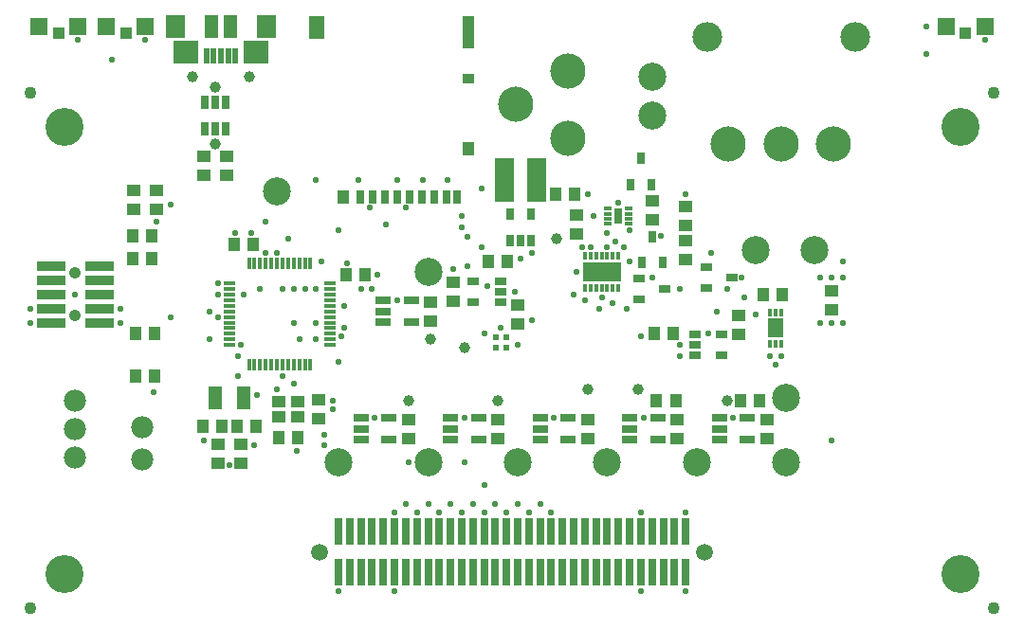
<source format=gts>
G75*
G70*
%OFA0B0*%
%FSLAX24Y24*%
%IPPOS*%
%LPD*%
%AMOC8*
5,1,8,0,0,1.08239X$1,22.5*
%
%ADD10R,0.0552X0.0257*%
%ADD11R,0.0119X0.0434*%
%ADD12R,0.0434X0.0119*%
%ADD13R,0.0473X0.0434*%
%ADD14R,0.0434X0.0473*%
%ADD15R,0.0631X0.0631*%
%ADD16R,0.0394X0.0394*%
%ADD17C,0.0780*%
%ADD18R,0.0473X0.0788*%
%ADD19R,0.0512X0.0434*%
%ADD20C,0.0985*%
%ADD21R,0.0197X0.0571*%
%ADD22R,0.0670X0.0788*%
%ADD23R,0.0867X0.0827*%
%ADD24R,0.0512X0.0788*%
%ADD25R,0.0316X0.0512*%
%ADD26R,0.0434X0.0512*%
%ADD27R,0.0434X0.0355*%
%ADD28R,0.0434X0.1142*%
%ADD29R,0.0552X0.0788*%
%ADD30C,0.0591*%
%ADD31R,0.0276X0.0946*%
%ADD32R,0.0316X0.0138*%
%ADD33R,0.0292X0.0579*%
%ADD34R,0.0138X0.0316*%
%ADD35R,0.1339X0.0709*%
%ADD36R,0.0434X0.0257*%
%ADD37R,0.0233X0.0233*%
%ADD38R,0.0257X0.0434*%
%ADD39R,0.0571X0.0690*%
%ADD40R,0.0276X0.0512*%
%ADD41R,0.1040X0.0340*%
%ADD42C,0.0410*%
%ADD43C,0.1339*%
%ADD44R,0.0670X0.1575*%
%ADD45C,0.1240*%
%ADD46C,0.1045*%
%ADD47C,0.0434*%
%ADD48C,0.0212*%
%ADD49C,0.0394*%
%ADD50C,0.0220*%
D10*
X012563Y006874D03*
X012563Y007248D03*
X012563Y007622D03*
X013547Y007622D03*
X013547Y006874D03*
X015712Y006874D03*
X015712Y007248D03*
X015712Y007622D03*
X016697Y007622D03*
X016697Y006874D03*
X018862Y006874D03*
X018862Y007248D03*
X018862Y007622D03*
X019846Y007622D03*
X019846Y006874D03*
X022012Y006874D03*
X022012Y007248D03*
X022012Y007622D03*
X022996Y007622D03*
X022996Y006874D03*
X025161Y006874D03*
X025161Y007248D03*
X025161Y007622D03*
X026146Y007622D03*
X026146Y006874D03*
X014334Y011008D03*
X014334Y011756D03*
X013350Y011756D03*
X013350Y011382D03*
X013350Y011008D03*
D11*
X010791Y009512D03*
X010594Y009512D03*
X010397Y009512D03*
X010201Y009512D03*
X010004Y009512D03*
X009807Y009512D03*
X009610Y009512D03*
X009413Y009512D03*
X009216Y009512D03*
X009020Y009512D03*
X008823Y009512D03*
X008626Y009512D03*
X008626Y013055D03*
X008823Y013055D03*
X009020Y013055D03*
X009216Y013055D03*
X009413Y013055D03*
X009610Y013055D03*
X009807Y013055D03*
X010004Y013055D03*
X010201Y013055D03*
X010397Y013055D03*
X010594Y013055D03*
X010791Y013055D03*
D12*
X011480Y012366D03*
X011480Y012169D03*
X011480Y011972D03*
X011480Y011775D03*
X011480Y011579D03*
X011480Y011382D03*
X011480Y011185D03*
X011480Y010988D03*
X011480Y010791D03*
X011480Y010594D03*
X011480Y010397D03*
X011480Y010201D03*
X007937Y010201D03*
X007937Y010397D03*
X007937Y010594D03*
X007937Y010791D03*
X007937Y010988D03*
X007937Y011185D03*
X007937Y011382D03*
X007937Y011579D03*
X007937Y011775D03*
X007937Y011972D03*
X007937Y012169D03*
X007937Y012366D03*
D13*
X005378Y014984D03*
X005378Y015653D03*
X004590Y015653D03*
X004590Y014984D03*
X007051Y016165D03*
X007051Y016834D03*
X007838Y016834D03*
X007838Y016165D03*
X015023Y011716D03*
X015811Y011736D03*
X015811Y012405D03*
X015023Y011047D03*
X018075Y010949D03*
X018075Y011618D03*
X020142Y014098D03*
X020142Y014768D03*
X022799Y014590D03*
X022799Y015260D03*
X023980Y015063D03*
X023980Y014394D03*
X023980Y013882D03*
X023980Y013212D03*
X025850Y011224D03*
X025850Y010555D03*
X029098Y011441D03*
X029098Y012110D03*
X026834Y007583D03*
X026834Y006913D03*
X023685Y006913D03*
X023685Y007583D03*
X020535Y007583D03*
X020535Y006913D03*
X017386Y006913D03*
X017386Y007583D03*
X014236Y007583D03*
X014236Y006913D03*
X011086Y007602D03*
X011086Y008271D03*
X008331Y006697D03*
X008331Y006027D03*
X007543Y006027D03*
X007543Y006697D03*
D14*
X007681Y007346D03*
X008193Y007346D03*
X008862Y007346D03*
X009669Y006953D03*
X010338Y006953D03*
X007012Y007346D03*
X005319Y009118D03*
X004649Y009118D03*
X004649Y010594D03*
X005319Y010594D03*
X005220Y013252D03*
X004551Y013252D03*
X004551Y014039D03*
X005220Y014039D03*
X008094Y013744D03*
X008764Y013744D03*
X012031Y012661D03*
X012701Y012661D03*
X017051Y013153D03*
X017720Y013153D03*
X019413Y015516D03*
X020083Y015516D03*
X026697Y011972D03*
X027366Y011972D03*
X023527Y010594D03*
X022858Y010594D03*
X022957Y008232D03*
X023626Y008232D03*
X025909Y008232D03*
X026579Y008232D03*
D15*
X033134Y021421D03*
X034512Y021421D03*
X004984Y021421D03*
X003606Y021421D03*
X002622Y021421D03*
X001244Y021421D03*
D16*
X001933Y021165D03*
X004295Y021165D03*
X033823Y021165D03*
D17*
X004886Y007318D03*
X004886Y006178D03*
X002523Y006232D03*
X002523Y007232D03*
X002523Y008232D03*
D18*
X007445Y008331D03*
X008429Y008331D03*
D19*
X009669Y008193D03*
X010338Y008193D03*
X010338Y007681D03*
X009669Y007681D03*
D20*
X011775Y006067D03*
X014925Y006067D03*
X018075Y006067D03*
X021224Y006067D03*
X024374Y006067D03*
X027523Y006067D03*
X027523Y008331D03*
X028508Y013547D03*
X026441Y013547D03*
X022799Y018271D03*
X022799Y019641D03*
X014925Y012760D03*
X009610Y015614D03*
D21*
X008153Y020368D03*
X007897Y020368D03*
X007642Y020368D03*
X007386Y020368D03*
X007130Y020368D03*
D22*
X006027Y021421D03*
X009256Y021421D03*
D23*
X008862Y020496D03*
X006421Y020496D03*
D24*
X007307Y021421D03*
X007976Y021421D03*
D25*
X012547Y015421D03*
X012980Y015421D03*
X013413Y015421D03*
X013846Y015421D03*
X014279Y015421D03*
X014712Y015421D03*
X015146Y015421D03*
X015579Y015421D03*
X015953Y015421D03*
D26*
X016327Y017114D03*
X011937Y015421D03*
D27*
X016327Y019555D03*
D28*
X016327Y021189D03*
D29*
X011012Y021366D03*
D30*
X011106Y002917D03*
X024649Y002917D03*
D31*
X023980Y002189D03*
X023586Y002189D03*
X023193Y002189D03*
X022799Y002189D03*
X022405Y002189D03*
X022012Y002189D03*
X021618Y002189D03*
X021224Y002189D03*
X020831Y002189D03*
X020437Y002189D03*
X020043Y002189D03*
X019649Y002189D03*
X019256Y002189D03*
X018862Y002189D03*
X018468Y002189D03*
X018075Y002189D03*
X017681Y002189D03*
X017287Y002189D03*
X016894Y002189D03*
X016500Y002189D03*
X016106Y002189D03*
X015712Y002189D03*
X015319Y002189D03*
X014925Y002189D03*
X014531Y002189D03*
X014138Y002189D03*
X013744Y002189D03*
X013350Y002189D03*
X012957Y002189D03*
X012563Y002189D03*
X012169Y002189D03*
X011775Y002189D03*
X011775Y003646D03*
X012169Y003646D03*
X012563Y003646D03*
X012957Y003646D03*
X013350Y003646D03*
X013744Y003646D03*
X014138Y003646D03*
X014531Y003646D03*
X014925Y003646D03*
X015319Y003646D03*
X015712Y003646D03*
X016106Y003646D03*
X016500Y003646D03*
X016894Y003646D03*
X017287Y003646D03*
X017681Y003646D03*
X018075Y003646D03*
X018468Y003646D03*
X018862Y003646D03*
X019256Y003646D03*
X019649Y003646D03*
X020043Y003646D03*
X020437Y003646D03*
X020831Y003646D03*
X021224Y003646D03*
X021618Y003646D03*
X022012Y003646D03*
X022405Y003646D03*
X022799Y003646D03*
X023193Y003646D03*
X023586Y003646D03*
X023980Y003646D03*
D32*
X021982Y014462D03*
X021982Y014640D03*
X021982Y014817D03*
X021982Y014994D03*
X021254Y014994D03*
X021254Y014817D03*
X021254Y014640D03*
X021254Y014462D03*
D33*
X021618Y014728D03*
D34*
X021618Y013331D03*
X021421Y013331D03*
X021224Y013331D03*
X021027Y013331D03*
X020831Y013331D03*
X020634Y013331D03*
X020437Y013331D03*
X020437Y012189D03*
X020634Y012189D03*
X020831Y012189D03*
X021027Y012189D03*
X021224Y012189D03*
X021421Y012189D03*
X021618Y012189D03*
X026933Y011352D03*
X027130Y011352D03*
X027327Y011352D03*
X027327Y010230D03*
X027130Y010230D03*
X026933Y010230D03*
D35*
X021027Y012760D03*
D36*
X022346Y012543D03*
X022346Y011795D03*
X023252Y012169D03*
X024709Y012189D03*
X025614Y012563D03*
X024709Y012937D03*
X024295Y010575D03*
X024295Y010201D03*
X024295Y009827D03*
X025240Y009827D03*
X025240Y010575D03*
X017464Y011697D03*
X017464Y012071D03*
X017464Y012445D03*
X016520Y012445D03*
X016520Y011697D03*
D37*
X017305Y010478D03*
X017663Y010478D03*
X017663Y010120D03*
X017305Y010120D03*
D38*
X022425Y013094D03*
X023173Y013094D03*
X022799Y014000D03*
X022779Y015850D03*
X022031Y015850D03*
X022405Y016756D03*
X018547Y014807D03*
X017799Y014807D03*
X017799Y013862D03*
X018173Y013862D03*
X018547Y013862D03*
D39*
X027130Y010791D03*
D40*
X007819Y017819D03*
X007445Y017819D03*
X007071Y017819D03*
X007071Y018724D03*
X007445Y018724D03*
X007819Y018724D03*
D41*
X003358Y012972D03*
X003358Y012472D03*
X003358Y011972D03*
X003358Y011472D03*
X003358Y010972D03*
X001688Y010972D03*
X001688Y011472D03*
X001688Y011972D03*
X001688Y012472D03*
X001688Y012972D03*
D42*
X002523Y012722D03*
X002523Y011222D03*
D43*
X002130Y017878D03*
X002130Y002130D03*
X033626Y002130D03*
X033626Y017878D03*
D44*
X018744Y016008D03*
X017602Y016008D03*
D45*
X019846Y017484D03*
X017996Y018665D03*
X019846Y019846D03*
X025476Y017275D03*
X027327Y017275D03*
X029177Y017275D03*
D46*
X029925Y021027D03*
X024728Y021027D03*
D47*
X000949Y000949D03*
X000949Y019059D03*
X034807Y019059D03*
X034807Y000949D03*
D48*
X025653Y007642D03*
X022504Y007642D03*
X019354Y007642D03*
X016205Y007642D03*
X013055Y007642D03*
X011579Y008232D03*
X009610Y008626D03*
X007248Y010397D03*
X004098Y010988D03*
X004098Y011480D03*
X008134Y014138D03*
X009216Y014531D03*
X009216Y013449D03*
X013842Y011775D03*
X016795Y013646D03*
X018173Y013252D03*
X020142Y012760D03*
X020732Y012957D03*
X020732Y012563D03*
X018567Y011086D03*
X022405Y010496D03*
X023783Y010201D03*
X024768Y010594D03*
X025063Y011382D03*
X026047Y011874D03*
X029098Y010988D03*
X029492Y013153D03*
X023980Y015516D03*
X021618Y015220D03*
X020535Y015516D03*
X016795Y015712D03*
X016106Y014728D03*
X014728Y016008D03*
X013842Y016008D03*
X003803Y020240D03*
X007937Y005968D03*
X013744Y004295D03*
X014925Y004590D03*
X016894Y004295D03*
X019256Y004295D03*
X022405Y004295D03*
X023980Y004295D03*
X023980Y001539D03*
X022405Y001539D03*
X013744Y001539D03*
X011775Y001539D03*
D49*
X014236Y008232D03*
X016205Y010102D03*
X015023Y010397D03*
X017386Y008232D03*
X020535Y008626D03*
X022307Y008626D03*
X025457Y008232D03*
X019453Y013941D03*
X008626Y019649D03*
X007445Y019256D03*
X006657Y019649D03*
X007445Y017287D03*
D50*
X005870Y015122D03*
X005378Y014531D03*
X007543Y012366D03*
X007543Y011972D03*
X008429Y011972D03*
X009020Y012169D03*
X009807Y012169D03*
X010201Y012169D03*
X010594Y012169D03*
X010988Y012169D03*
X011185Y013153D03*
X012071Y013055D03*
X012563Y012169D03*
X012957Y012169D03*
X013153Y012661D03*
X011972Y011579D03*
X011972Y010791D03*
X011874Y010496D03*
X010988Y010397D03*
X010397Y010397D03*
X010201Y010988D03*
X010988Y010988D03*
X011775Y009610D03*
X010201Y008823D03*
X009807Y009118D03*
X008921Y008429D03*
X008232Y009118D03*
X008232Y009807D03*
X008331Y010201D03*
X007543Y011185D03*
X007248Y011382D03*
X005870Y011185D03*
X002523Y011972D03*
X000949Y011480D03*
X000949Y010988D03*
X005279Y008527D03*
X007051Y006854D03*
X008823Y006657D03*
X010299Y006460D03*
X011283Y006657D03*
X011283Y007051D03*
X011579Y007937D03*
X014236Y006067D03*
X014138Y004590D03*
X014531Y004295D03*
X015319Y004295D03*
X015712Y004590D03*
X016106Y004295D03*
X016500Y004590D03*
X017287Y004590D03*
X017681Y004295D03*
X018075Y004590D03*
X018468Y004295D03*
X018862Y004590D03*
X016894Y005279D03*
X016205Y006067D03*
X018075Y010201D03*
X017484Y010791D03*
X016894Y010594D03*
X017976Y012071D03*
X016992Y012268D03*
X016303Y012957D03*
X015811Y012858D03*
X016303Y014000D03*
X016106Y014334D03*
X014138Y015023D03*
X013449Y014433D03*
X012858Y015023D03*
X011775Y014236D03*
X010004Y013941D03*
X009610Y013449D03*
X008724Y014138D03*
X010988Y016008D03*
X012464Y016008D03*
X015614Y016008D03*
X018567Y013449D03*
X020338Y013646D03*
X020634Y013646D03*
X021224Y013646D03*
X021520Y013842D03*
X021815Y013646D03*
X022012Y013153D03*
X022799Y012563D03*
X023783Y012169D03*
X025457Y012169D03*
X025945Y012563D03*
X024866Y013449D03*
X023094Y014039D03*
X022012Y014236D03*
X021224Y014138D03*
X020732Y014728D03*
X020043Y011972D03*
X020437Y011775D03*
X020929Y011480D03*
X021027Y011874D03*
X021421Y011677D03*
X021913Y011480D03*
X023783Y009807D03*
X026441Y011283D03*
X026933Y009807D03*
X027130Y009512D03*
X027327Y009807D03*
X028705Y010988D03*
X029492Y010988D03*
X029492Y012563D03*
X029098Y012563D03*
X028705Y012563D03*
X029098Y006854D03*
X032445Y020437D03*
X032445Y021421D03*
X034512Y020929D03*
X004984Y020929D03*
X002622Y020929D03*
M02*

</source>
